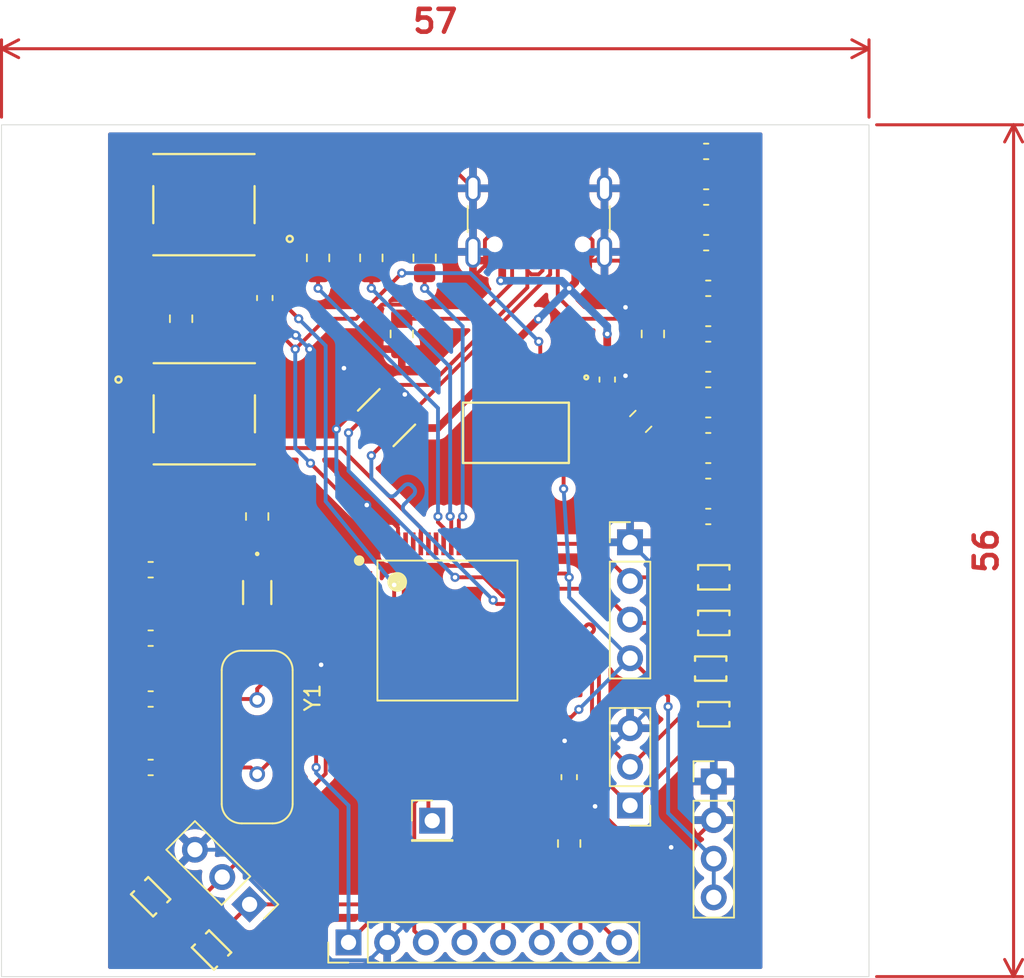
<source format=kicad_pcb>
(kicad_pcb (version 20241229) (generator "pcbnew") (generator_version "9.0")
  (layers (0 "F.Cu" signal) (2 "B.Cu" signal) (13 "F.Paste" user) (15 "B.Paste" user) (5 "F.SilkS" user "F.Silkscreen") (7 "B.SilkS" user "B.Silkscreen") (1 "F.Mask" user) (3 "B.Mask" user) (25 "Edge.Cuts" user))
  (net 0 "")
  (net 1 "VCC")
  (net 2 "GND")
  (net 3 "/NRST")
  (net 4 "/OSC32_IN")
  (net 5 "/OSC32_OUT")
  (net 6 "/OSC_IN")
  (net 7 "/OSC_OUT")
  (net 8 "/VIN")
  (net 9 "Net-(U1-VCAP1)")
  (net 10 "/UART2_TX")
  (net 11 "/UART2_RX")
  (net 12 "/UART1_TX")
  (net 13 "/UART1_RX")
  (net 14 "/SWCLK")
  (net 15 "/SWDIO")
  (net 16 "/USB_D-_Raw")
  (net 17 "/USB_D+_Raw")
  (net 18 "/DC")
  (net 19 "/RST")
  (net 20 "/SPI1_SCK")
  (net 21 "/CS")
  (net 22 "/BL")
  (net 23 "/SPI1_MOSI")
  (net 24 "/SPI1_MISO")
  (net 25 "Net-(LED1-Pad2)")
  (net 26 "Net-(LED2-Pad2)")
  (net 27 "Net-(LED3-Pad2)")
  (net 28 "/BOOT_1")
  (net 29 "/BOOT_0")
  (net 30 "/LED1")
  (net 31 "/LED2")
  (net 32 "/LED3")
  (net 43 "/USB_D-")
  (net 47 "/USB_D+")
  (net 61 "Net-(J11-CC2)")
  (net 63 "Net-(J11-CC1)")
  (footprint "Capacitor_SMD:C_0603_1608Metric_Pad1.08x0.95mm_HandSolder" (layer "F.Cu") (at 160.8 83.75 180)
    (property "Reference" "C10" (hide yes))
    (property "Value" "20p" (hide yes))
  )
  (footprint "LTST_C190GKT:LED_LTST-C190CKT_LTO" (layer "F.Cu") (at 171.8 54.0007 -90)
    (property "Reference" "LED3" (hide yes))
    (property "Value" "LTST-C190GKT" (hide yes))
  )
  (footprint "Resistor_SMD:R_0805_2012Metric_Pad1.20x1.40mm_HandSolder" (layer "F.Cu") (at 177.3 63.75 -90)
    (property "Reference" "R5" (hide yes))
    (property "Value" "5.1k" (hide yes))
  )
  (footprint "Connector_PinHeader_2.54mm:PinHeader_1x04_P2.54mm_Vertical" (layer "F.Cu") (at 197.8 93.17)
    (property "Reference" "J8" (hide yes))
    (property "Value" "General" (hide yes))
  )
  (footprint "Capacitor_SMD:C_0603_1608Metric_Pad1.08x0.95mm_HandSolder" (layer "F.Cu") (at 160.8 79.25 180)
    (property "Reference" "C9" (hide yes))
    (property "Value" "20p" (hide yes))
  )
  (footprint "Resistor_SMD:R_0805_2012Metric_Pad1.20x1.40mm_HandSolder" (layer "F.Cu") (at 175.3 58.75 90)
    (property "Reference" "R7" (hide yes))
    (property "Value" "150" (hide yes))
  )
  (footprint "Connector_PinHeader_2.54mm:PinHeader_1x03_P2.54mm_Vertical" (layer "F.Cu") (at 167.3 101.25 -135)
    (property "Reference" "J3" (hide yes))
    (property "Value" "Ras UART" (hide yes))
  )
  (footprint "Capacitor_SMD:C_0603_1608Metric_Pad1.08x0.95mm_HandSolder" (layer "F.Cu") (at 197.4375 69.75)
    (property "Reference" "C7" (hide yes))
    (property "Value" "100n" (hide yes))
  )
  (footprint "Capacitor_SMD:C_0603_1608Metric_Pad1.08x0.95mm_HandSolder" (layer "F.Cu") (at 197.3 57.75)
    (property "Reference" "C3" (hide yes))
    (property "Value" "100n" (hide yes))
  )
  (footprint "PESD3V3:DIODE_PESD3V3L1BA_115_NEX-L" (layer "F.Cu") (at 197.59795 85.75)
    (property "Reference" "CR6" (hide yes))
    (property "Value" "PESD3V3L1BA_115" (hide yes))
  )
  (footprint "222AMVBAR:SO4_222A-M-V-B_CTS" (layer "F.Cu") (at 164.3 55.25 180)
    (property "Reference" "SW1" (hide yes))
    (property "Value" "222AMVBAR" (hide yes))
  )
  (footprint "Capacitor_SMD:C_0603_1608Metric_Pad1.08x0.95mm_HandSolder" (layer "F.Cu") (at 190.8 66.75 -90)
    (property "Reference" "C13" (hide yes))
    (property "Value" "0.1u" (hide yes))
  )
  (footprint "Capacitor_SMD:C_0603_1608Metric_Pad1.08x0.95mm_HandSolder" (layer "F.Cu") (at 168.3 61.387499 -90)
    (property "Reference" "C8" (hide yes))
    (property "Value" "0.1u" (hide yes))
  )
  (footprint "STM32F411RE6:QFP50P1200X1200X160-64N" (layer "F.Cu") (at 180.3 83.25)
    (property "Reference" "U1" (hide yes))
    (property "Value" "STM32F411RET6" (hide yes))
  )
  (footprint "Capacitor_SMD:C_0603_1608Metric_Pad1.08x0.95mm_HandSolder" (layer "F.Cu") (at 197.4375 60.75)
    (property "Reference" "C4" (hide yes))
    (property "Value" "100n" (hide yes))
  )
  (footprint "MountingHole:MountingHole_3.2mm_M3" (layer "F.Cu") (at 154.5 53.5)
    (property "Reference" "H2" (hide yes))
    (property "Value" "MountingHole" (hide yes))
  )
  (footprint "MountingHole:MountingHole_3.2mm_M3" (layer "F.Cu") (at 204.5 54)
    (property "Reference" "H1" (hide yes))
    (property "Value" "MountingHole" (hide yes))
  )
  (footprint "ECS_80:XTAL_ECS-80-20-4X" (layer "F.Cu") (at 167.8 90.25 -90)
    (property "Reference" "Y1")
    (property "Value" "ECS-80-20-4X" (hide yes))
  )
  (footprint "222AMVBAR:SO4_222A-M-V-B_CTS" (layer "F.Cu") (at 164.325002 68.999999)
    (property "Reference" "SW2" (hide yes))
    (property "Value" "222AMVBAR" (hide yes))
  )
  (footprint "Capacitor_SMD:C_0603_1608Metric_Pad1.08x0.95mm_HandSolder" (layer "F.Cu") (at 197.437499 75.75)
    (property "Reference" "C16" (hide yes))
    (property "Value" "1u" (hide yes))
  )
  (footprint "Capacitor_SMD:C_0603_1608Metric_Pad1.08x0.95mm_HandSolder" (layer "F.Cu") (at 197.437499 72.75)
    (property "Reference" "C15" (hide yes))
    (property "Value" "0.1u" (hide yes))
  )
  (footprint "Connector_PinHeader_2.54mm:PinHeader_1x01_P2.54mm_Vertical" (layer "F.Cu") (at 179.3 95.75)
    (property "Reference" "J7" (hide yes))
    (property "Value" "Display EXT" (hide yes))
  )
  (footprint "Capacitor_SMD:C_0603_1608Metric_Pad1.08x0.95mm_HandSolder" (layer "F.Cu") (at 160.8 87.75 180)
    (property "Reference" "C11" (hide yes))
    (property "Value" "20p" (hide yes))
  )
  (footprint "PESD3V3:DIODE_PESD3V3L1BA_115_NEX-L" (layer "F.Cu") (at 164.8 104.25 -45)
    (property "Reference" "CR4" (hide yes))
    (property "Value" "PESD3V3L1BA_115" (hide yes))
  )
  (footprint "PESD3V3:DIODE_PESD3V3L1BA_115_NEX-L" (layer "F.Cu") (at 197.8 79.75)
    (property "Reference" "CR13" (hide yes))
    (property "Value" "PESD3V3L1BA_115" (hide yes))
  )
  (footprint "Capacitor_SMD:C_0805_2012Metric_Pad1.18x1.45mm_HandSolder" (layer "F.Cu") (at 193 69.5 45)
    (property "Reference" "C14" (hide yes))
    (property "Value" "10u" (hide yes))
  )
  (footprint "MountingHole:MountingHole_3.2mm_M3" (layer "F.Cu") (at 204.5 102.5)
    (property "Reference" "H3" (hide yes))
    (property "Value" "MountingHole" (hide yes))
  )
  (footprint "Capacitor_SMD:C_0603_1608Metric_Pad1.08x0.95mm_HandSolder" (layer "F.Cu") (at 197.4375 63.75)
    (property "Reference" "C5" (hide yes))
    (property "Value" "100n" (hide yes))
  )
  (footprint "LTST_C190GKT:LED_LTST-C190CKT_LTO" (layer "F.Cu") (at 178.8 54.0007 -90)
    (property "Reference" "LED1" (hide yes))
    (property "Value" "LTST-C190GKT" (hide yes))
  )
  (footprint "Connector_PinHeader_2.54mm:PinHeader_1x04_P2.54mm_Vertical" (layer "F.Cu") (at 192.3 77.45)
    (property "Reference" "J10" (hide yes))
    (property "Value" "ST-Link" (hide yes))
  )
  (footprint "Capacitor_SMD:C_0603_1608Metric_Pad1.08x0.95mm_HandSolder" (layer "F.Cu") (at 188.3 92.887499 90)
    (property "Reference" "C17" (hide yes))
    (property "Value" "4.7u" (hide yes))
  )
  (footprint "Resistor_SMD:R_0805_2012Metric_Pad1.20x1.40mm_HandSolder" (layer "F.Cu") (at 178.8 58.75 90)
    (property "Reference" "R6" (hide yes))
    (property "Value" "150" (hide yes))
  )
  (footprint "PESD3V3:DIODE_PESD3V3L1BA_115_NEX-L" (layer "F.Cu") (at 197.8 82.75)
    (property "Reference" "CR14" (hide yes))
    (property "Value" "PESD3V3L1BA_115" (hide yes))
  )
  (footprint "Capacitor_SMD:C_0603_1608Metric_Pad1.08x0.95mm_HandSolder" (layer "F.Cu") (at 197.3 51.75)
    (property "Reference" "C1" (hide yes))
    (property "Value" "100n" (hide yes))
  )
  (footprint "Capacitor_SMD:C_0603_1608Metric_Pad1.08x0.95mm_HandSolder" (layer "F.Cu") (at 197.4375 66.75)
    (property "Reference" "C6" (hide yes))
    (property "Value" "100n" (hide yes))
  )
  (footprint "ECS_327:XTAL_ECS-31B_ECS-L" (layer "F.Cu") (at 167.8 80.75 -90)
    (property "Reference" "XTAL1" (hide yes))
    (property "Value" "ECS-.327-12.5-34B-TR" (hide yes))
  )
  (footprint "Connector_USB:USB_C_Receptacle_GCT_USB4105-xx-A_16P_TopMnt_Horizontal" (layer "F.Cu") (at 186.3 55.25 180)
    (property "Reference" "J11" (hide yes))
    (property "Value" "USB_C_Receptacle_USB2.0_16P" (hide yes))
  )
  (footprint "Resistor_SMD:R_0805_2012Metric_Pad1.20x1.40mm_HandSolder" (layer "F.Cu") (at 167.8 75.75 -90)
    (property "Reference" "R2" (hide yes))
    (property "Value" "10k" (hide yes))
  )
  (footprint "PESD3V3:DIODE_PESD3V3L1BA_115_NEX-L" (layer "F.Cu") (at 197.8 88.75)
    (property "Reference" "CR5" (hide yes))
    (property "Value" "PESD3V3L1BA_115" (hide yes))
  )
  (footprint "Capacitor_SMD:C_0603_1608Metric_Pad1.08x0.95mm_HandSolder" (layer "F.Cu") (at 160.8 92.25 180)
    (property "Reference" "C12" (hide yes))
    (property "Value" "20p" (hide yes))
  )
  (footprint "Connector_PinHeader_2.54mm:PinHeader_1x03_P2.54mm_Vertical" (layer "F.Cu") (at 192.3 94.75 180)
    (property "Reference" "J9" (hide yes))
    (property "Value" "Debug UART" (hide yes))
  )
  (footprint "Resistor_SMD:R_0805_2012Metric_Pad1.20x1.40mm_HandSolder" (layer "F.Cu") (at 193.8 63.75 -90)
    (property "Reference" "R4" (hide yes))
    (property "Value" "5.1k" (hide yes))
  )
  (footprint "MountingHole:MountingHole_3.2mm_M3" (layer "F.Cu") (at 154.5 102.5)
    (property "Reference" "H4" (hide yes))
    (property "Value" "MountingHole" (hide yes))
  )
  (footprint "USBLC6_2SC6Y:SOT23-6L_STM-L" (layer "F.Cu") (at 176.3 69.25 -135)
    (property "Reference" "U2" (hide yes))
    (property "Value" "USBLC6-2SC6Y" (hide yes))
  )
  (footprint "LTST_C190GKT:LED_LTST-C190CKT_LTO" (layer "F.Cu") (at 175.3 54.000701 -90)
    (property "Reference" "LED2" (hide yes))
    (property "Value" "LTST-C190GKT" (hide yes))
  )
  (footprint "Resistor_SMD:R_0805_2012Metric_Pad1.20x1.40mm_HandSolder" (layer "F.Cu") (at 162.8 62.75 -90)
    (property "Reference" "R3" (hide yes))
    (property "Value" "10k" (hide yes))
  )
  (footprint "Resistor_SMD:R_0805_2012Metric_Pad1.20x1.40mm_HandSolder" (layer "F.Cu") (at 171.8 58.75 90)
    (property "Reference" "R8" (hide yes))
    (property "Value" "150" (hide yes))
  )
  (footprint "LD1117S33CTR:SOT-223_STM-L" (layer "F.Cu") (at 184.8 70.25 180)
    (property "Reference" "CR1" (hide yes))
    (property "Value" "LD1117S33CTR" (hide yes))
  )
  (footprint "PESD3V3:DIODE_PESD3V3L1BA_115_NEX-L" (layer "F.Cu") (at 160.8 100.75 135)
    (property "Reference" "CR3" (hide yes))
    (property "Value" "PESD3V3L1BA_115" (hide yes))
  )
  (footprint "Connector_PinHeader_2.54mm:PinHeader_1x08_P2.54mm_Vertical" (layer "F.Cu") (at 173.8 103.75 90)
    (property "Reference" "J6" (hide yes))
    (property "Value" "Display" (hide yes))
  )
  (footprint "Resistor_SMD:R_0805_2012Metric_Pad1.20x1.40mm_HandSolder" (layer "F.Cu") (at 188.3 97.25 -90)
    (property "Reference" "R1" (hide yes))
    (property "Value" "10k" (hide yes))
  )
  (footprint "Capacitor_SMD:C_0603_1608Metric_Pad1.08x0.95mm_HandSolder" (layer "F.Cu") (at 197.3 54.75)
    (property "Reference" "C2" (hide yes))
    (property "Value" "100n" (hide yes))
  )
  (gr_rect (start 151 50) (end 208 106) (stroke (width 0.05)) (fill no) (layer "Edge.Cuts"))
  (dimension (type orthogonal) (layer "F.Cu") (pts (xy 208 106) (xy 208 50)) (height 9.5) (orientation 1) (format (prefix "") (suffix "") (units 3) (units_format 0) (precision 4) (suppress_zeroes yes)) (style (thickness 0.2) (arrow_length 1.27) (text_position_mode 0) (arrow_direction outward) (extension_height 0.58642) (extension_offset 0.5) (keep_text_aligned yes)) (gr_text "56" (at 215.7 78 90) (layer "F.Cu") (effects (font (size 1.5 1.5) (thickness 0.3)))))
  (dimension (type orthogonal) (layer "F.Cu") (pts (xy 208 50) (xy 151 50)) (height -5) (orientation 0) (format (prefix "") (suffix "") (units 3) (units_format 0) (precision 4) (suppress_zeroes yes)) (style (thickness 0.2) (arrow_length 1.27) (text_position_mode 0) (arrow_direction outward) (extension_height 0.58642) (extension_offset 0.5) (keep_text_aligned yes)) (gr_text "57" (at 179.5 43.2 0) (layer "F.Cu") (effects (font (size 1.5 1.5) (thickness 0.3)))))
  (segment (start 172.3 62.75) (end 170.3 64.75) (width 0.254) (layer "F.Cu") (net 1))
  (segment (start 184.05 88.95) (end 188.42 88.95) (width 0.254) (layer "F.Cu") (net 1))
  (segment (start 192.266377 70.233623) (end 187.933224 70.233623) (width 0.254) (layer "F.Cu") (net 1))
  (segment (start 177.55 88.95) (end 177.55 100) (width 0.254) (layer "F.Cu") (net 1))
  (segment (start 177.55 88.95) (end 177.55 87.894) (width 0.254) (layer "F.Cu") (net 1))
  (segment (start 162.8 64.300002) (end 160.350004 66.749998) (width 0.254) (layer "F.Cu") (net 1))
  (segment (start 196.575 52.3875) (end 196.575 66.75) (width 0.254) (layer "F.Cu") (net 1))
  (segment (start 177.55 87.894) (end 177.944 87.5) (width 0.254) (layer "F.Cu") (net 1))
  (segment (start 196.575 72.749998) (end 196.574998 72.75) (width 0.254) (layer "F.Cu") (net 1))
  (segment (start 169.3 63.75) (end 170.3 64.75) (width 0.254) (layer "F.Cu") (net 1))
  (segment (start 194.8 87.57) (end 194.8 88.25) (width 0.254) (layer "F.Cu") (net 1))
  (segment (start 188.05 79.5) (end 188.3 79.75) (width 0.254) (layer "F.Cu") (net 1))
  (segment (start 184.8 67.100399) (end 184.949601 67.100399) (width 0.254) (layer "F.Cu") (net 1))
  (segment (start 196.091377 70.233623) (end 196.575 69.75) (width 0.254) (layer "F.Cu") (net 1))
  (segment (start 184.05 88.05) (end 184.05 88.95) (width 0.254) (layer "F.Cu") (net 1))
  (segment (start 173.544 85.5) (end 171.673 87.371) (width 0.254) (layer "F.Cu") (net 1))
  (segment (start 171.3 72.25) (end 176.55 77.5) (width 0.254) (layer "F.Cu") (net 1))
  (segment (start 183.5 87.5) (end 184.05 88.05) (width 0.254) (layer "F.Cu") (net 1))
  (segment (start 192.266377 70.233623) (end 196.091377 70.233623) (width 0.254) (layer "F.Cu") (net 1))
  (segment (start 196.574998 72.75) (end 196.574998 75.75) (width 0.254) (layer "F.Cu") (net 1))
  (segment (start 162.8 63.75) (end 162.8 64.300002) (width 0.254) (layer "F.Cu") (net 1))
  (segment (start 187.933224 70.233623) (end 184.8 67.100399) (width 0.254) (layer "F.Cu") (net 1))
  (segment (start 186.400399 65.5) (end 186.400399 64.350399) (width 0.254) (layer "F.Cu") (net 1))
  (segment (start 187.933224 73.988784) (end 187.933224 71.933224) (width 0.254) (layer "F.Cu") (net 1))
  (segment (start 192.3 85.07) (end 194.8 87.57) (width 0.254) (layer "F.Cu") (net 1))
  (segment (start 162.8 63.75) (end 169.3 63.75) (width 0.254) (layer "F.Cu") (net 1))
  (segment (start 187.933224 73.933224) (end 187.933224 73.988784) (width 0.254) (layer "F.Cu") (net 1))
  (segment (start 177.3 59.75) (end 174.3 62.75) (width 0.254) (layer "F.Cu") (net 1))
  (segment (start 177.55 100) (end 173.8 103.75) (width 0.254) (layer "F.Cu") (net 1))
  (segment (start 196.4375 52.25) (end 196.575 52.3875) (width 0.254) (layer "F.Cu") (net 1))
  (segment (start 171.673 87.371) (end 171.673 92.25) (width 0.254) (layer "F.Cu") (net 1))
  (segment (start 196.730393 75.75) (end 196.574999 75.75) (width 0.254) (layer "F.Cu") (net 1))
  (segment (start 176.55 77.5) (end 176.55 77.55) (width 0.254) (layer "F.Cu") (net 1))
  (segment (start 196.575 66.75) (end 196.575 69.75) (width 0.254) (layer "F.Cu") (net 1))
  (segment (start 186 79.5) (end 188.05 79.5) (width 0.254) (layer "F.Cu") (net 1))
  (segment (start 186.400399 64.350399) (end 186.3 64.25) (width 0.254) (layer "F.Cu") (net 1))
  (segment (start 196.575 69.75) (end 196.575 72.749998) (width 0.254) (layer "F.Cu") (net 1))
  (segment (start 186.400399 65.5) (end 184.8 67.100399) (width 0.254) (layer "F.Cu") (net 1))
  (segment (start 187.933224 71.933224) (end 184.8 68.8) (width 0.254) (layer "F.Cu") (net 1))
  (segment (start 188.42 88.95) (end 188.935 88.435) (width 0.254) (layer "F.Cu") (net 1))
  (segment (start 196.4375 51.75) (end 196.4375 52.25) (width 0.254) (layer "F.Cu") (net 1))
  (segment (start 174.6 85.5) (end 173.544 85.5) (width 0.254) (layer "F.Cu") (net 1))
  (segment (start 196.574999 75.75) (end 196.574998 75.975002) (width 0.254) (layer "F.Cu") (net 1))
  (segment (start 184.8 68.8) (end 184.8 67.100399) (width 0.254) (layer "F.Cu") (net 1))
  (segment (start 174.3 62.75) (end 172.3 62.75) (width 0.254) (layer "F.Cu") (net 1))
  (segment (start 177.944 87.5) (end 183.5 87.5) (width 0.254) (layer "F.Cu") (net 1))
  (via (at 187.933224 73.933224) (size 0.6) (drill 0.3) (layers "F.Cu" "B.Cu") (net 1))
  (via (at 188.3 79.75) (size 0.6) (drill 0.3) (layers "F.Cu" "B.Cu") (net 1))
  (via (at 170.3 64.75) (size 0.6) (drill 0.3) (layers "F.Cu" "B.Cu") (net 1))
  (via (at 177.3 59.75) (size 0.6) (drill 0.3) (layers "F.Cu" "B.Cu") (net 1))
  (via (at 186.3 64.25) (size 0.6) (drill 0.3) (layers "F.Cu" "B.Cu") (net 1))
  (via (at 188.935 88.435) (size 0.6) (drill 0.3) (layers "F.Cu" "B.Cu") (net 1))
  (via (at 171.673 92.25) (size 0.6) (drill 0.3) (layers "F.Cu" "B.Cu") (net 1))
  (via (at 171.3 72.25) (size 0.6) (drill 0.3) (layers "F.Cu" "B.Cu") (net 1))
  (via (at 194.8 88.25) (size 0.6) (drill 0.3) (layers "F.Cu" "B.Cu") (net 1))
  (segment (start 187.933224 73.933224) (end 188.3 79.75) (width 0.254) (layer "B.Cu") (net 1))
  (segment (start 188.3 81.07) (end 192.3 85.07) (width 0.254) (layer "B.Cu") (net 1))
  (segment (start 188.935 88.435) (end 192.3 85.07) (width 0.254) (layer "B.Cu") (net 1))
  (segment (start 181.8 59.75) (end 177.3 59.75) (width 0.254) (layer "B.Cu") (net 1))
  (segment (start 194.8 95.25) (end 197.8 98.25) (width 0.254) (layer "B.Cu") (net 1))
  (segment (start 171.673 92.25) (end 171.673 92.623) (width 0.254) (layer "B.Cu") (net 1))
  (segment (start 188.3 79.75) (end 188.3 81.07) (width 0.254) (layer "B.Cu") (net 1))
  (segment (start 170.3 64.75) (end 170.3 71.25) (width 0.254) (layer "B.Cu") (net 1))
  (segment (start 197.8 98.25) (end 197.8 100.79) (width 0.254) (layer "B.Cu") (net 1))
  (segment (start 170.3 71.25) (end 171.3 72.25) (width 0.254) (layer "B.Cu") (net 1))
  (segment (start 173.8 94.75) (end 173.8 103.75) (width 0.254) (layer "B.Cu") (net 1))
  (segment (start 194.8 88.25) (end 194.8 95.25) (width 0.254) (layer "B.Cu") (net 1))
  (segment (start 186.3 64.25) (end 181.8 59.75) (width 0.254) (layer "B.Cu") (net 1))
  (segment (start 171.673 92.623) (end 173.8 94.75) (width 0.254) (layer "B.Cu") (net 1))
  (segment (start 174.30972 68.69028) (end 173 70) (width 0.254) (layer "F.Cu") (net 2))
  (segment (start 183.581595 80) (end 182.581595 79) (width 0.254) (layer "F.Cu") (net 2))
  (segment (start 181.0564 53.2514) (end 181.98 54.175) (width 0.254) (layer "F.Cu") (net 2))
  (segment (start 180.208 61.822) (end 176 61.822) (width 0.254) (layer "F.Cu") (net 2))
  (segment (start 188.55 93.5) (end 188.3 93.75) (width 0.254) (layer "F.Cu") (net 2))
  (segment (start 176 61.822) (end 174.5 63.322) (width 0.254) (layer "F.Cu") (net 2))
  (segment (start 199.00205 84.99795) (end 199.00205 83) (width 0.254) (layer "F.Cu") (net 2))
  (segment (start 172.5 66) (end 171.25 64.75) (width 0.254) (layer "F.Cu") (net 2))
  (segment (start 195 97.5) (end 196.01 97.5) (width 0.254) (layer "F.Cu") (net 2))
  (segment (start 190 94.806) (end 192.694 97.5) (width 0.254) (layer "F.Cu") (net 2))
  (segment (start 189.8374 58.5926) (end 189.5 58.93) (width 0.254) (layer "F.Cu") (net 2))
  (segment (start 186 80) (end 183.581595 80) (width 0.254) (layer "F.Cu") (net 2))
  (segment (start 194.828 63.722) (end 193.8 64.75) (width 0.254) (layer "F.Cu") (net 2))
  (segment (start 190.045 58.93) (end 190.62 58.355) (width 0.254) (layer "F.Cu") (net 2))
  (segment (start 189.458162 57.2076) (end 189.8374 57.586838) (width 0.254) (layer "F.Cu") (net 2))
  (segment (start 194.828 62.153658) (end 194.828 63.722) (width 0.254) (layer "F.Cu") (net 2))
  (segment (start 162.437499 76.75) (end 167.8 76.75) (width 0.254) (layer "F.Cu") (net 2))
  (segment (start 182.7626 57.586838) (end 183.141838 57.2076) (width 0.254) (layer "F.Cu") (net 2))
  (segment (start 182.7626 58.5926) (end 182.7626 57.586838) (width 0.254) (layer "F.Cu") (net 2))
  (segment (start 177.328 83.328) (end 175.656 85) (width 0.254) (layer "F.Cu") (net 2))
  (segment (start 159.937499 79.25) (end 159.937499 92.25) (width 0.254) (layer "F.Cu") (net 2))
  (segment (start 178.8 53.2514) (end 181.0564 53.2514) (width 0.254) (layer "F.Cu") (net 2))
  (segment (start 198.8 87.3) (end 198.8 85.75) (width 0.254) (layer "F.Cu") (net 2))
  (segment (start 177.193535 68.356465) (end 176.85972 68.69028) (width 0.254) (layer "F.Cu") (net 2))
  (segment (start 175.556 75) (end 177.05 76.494) (width 0.254) (layer "F.Cu") (net 2))
  (segment (start 198.1625 75.6125) (end 198.1625 51.75) (width 0.254) (layer "F.Cu") (net 2))
  (segment (start 189.5 58.93) (end 190.045 58.93) (width 0.254) (layer "F.Cu") (net 2))
  (segment (start 183.1 58.93) (end 180.208 61.822) (width 0.254) (layer "F.Cu") (net 2))
  (segment (start 181.98 54.175) (end 190.62 54.175) (width 0.254) (layer "F.Cu") (net 2))
  (segment (start 198.25 77.45) (end 198.3 77.5) (width 0.254) (layer "F.Cu") (net 2))
  (segment (start 199.00205 83) (end 199.00205 79.75) (width 0.254) (layer "F.Cu") (net 2))
  (segment (start 199.00205 79.75) (end 199.00205 79.49795) (width 0.254) (layer "F.Cu") (net 2))
  (segment (start 177.05 86.394) (end 177.05 88.95) (width 0.254) (layer "F.Cu") (net 2))
  (segment (start 177.05 76.494) (end 177.05 77.55) (width 0.254) (layer "F.Cu") (net 2))
  (segment (start 184.187468 90.5) (end 188 90.5) (width 0.254) (layer "F.Cu") (net 2))
  (segment (start 183.55 89.862532) (end 184.187468 90.5) (width 0.254) (layer "F.Cu") (net 2))
  (segment (start 192 67.032754) (end 193.733623 68.766377) (width 0.254) (layer "F.Cu") (net 2))
  (segment (start 172.5 85) (end 172 85.5) (width 0.254) (layer "F.Cu") (net 2))
  (segment (start 177.05 79) (end 177.05 79.611873) (width 0.254) (layer "F.Cu") (net 2))
  (segment (start 177.05 79.611873) (end 177.428 79.989873) (width 0.254) (layer "F.Cu") (net 2))
  (segment (start 183.1 58.93) (end 182.7626 58.5926) (width 0.254) (layer "F.Cu") (net 2))
  (segment (start 175 75) (end 175.556 75) (width 0.254) (layer "F.Cu") (net 2))
  (segment (start 183.55 88.95) (end 183.55 89.862532) (width 0.254) (layer "F.Cu") (net 2))
  (segment (start 174.6 85) (end 175.656 85) (width 0.254) (layer "F.Cu") (net 2))
  (segment (start 174.5 64.5) (end 174.5 65) (width 0.254) (layer "F.Cu") (net 2))
  (segment (start 183.141838 57.2076) (end 189.458162 57.2076) (width 0.254) (layer "F.Cu") (net 2))
  (segment (start 159.937499 93.887499) (end 163.707898 97.657898) (width 0.254) (layer "F.Cu") (net 2))
  (segment (start 181.98 58.355) (end 181.98 54.175) (width 0.254) (layer "F.Cu") (net 2))
  (segment (start 199.00205 79.49795) (end 198.3 78.7959) (width 0.254) (layer "F.Cu") (net 2))
  (segment (start 197.8 93.17) (end 197.8 89.95205) (width 0.254) (layer "F.Cu") (net 2))
  (segment (start 173.5 66) (end 172.5 66) (width 0.254) (layer "F.Cu") (net 2))
  (segment (start 174.5 63.322) (end 174.5 64.5) (width 0.254) (layer "F.Cu") (net 2))
  (segment (start 198.3 77.5) (end 198.3 75.75) (width 0.254) (layer "F.Cu") (net 2))
  (segment (start 198.3 75.75) (end 198.1625 75.6125) (width 0.254) (layer "F.Cu") (net 2))
  (segment (start 177.428 83.228) (end 177.328 83.328) (width 0.254) (layer "F.Cu") (net 2))
  (segment (start 199.00205 83) (end 199.00205 82.75) (width 0.254) (layer "F.Cu") (net 2))
  (segment (start 168.75 62.25) (end 170.331644 63.831644) (width 0.254) (layer "F.Cu") (net 2))
  (segment (start 177.05 77.55) (end 177.05 79) (width 0.254) (layer "F.Cu") (net 2))
  (segment (start 159.937499 79.25) (end 162.437499 76.75) (width 0.254) (layer "F.Cu") (net 2))
  (segment (start 198.8 85.75) (end 198.8 85.2) (width 0.254) (layer "F.Cu") (net 2))
  (segment (start 174.5 65) (end 173.5 66) (width 0.254) (layer "F.Cu") (net 2))
  (segment (start 176.85972 68.69028) (end 174.30972 68.69028) (width 0.254) (layer "F.Cu") (net 2))
  (segment (start 192.3 77.45) (end 198.25 77.45) (width 0.254) (layer "F.Cu") (net 2))
  (segment (start 189.5 58.93) (end 191.604342 58.93) (width 0.254) (layer "F.Cu") (net 2))
  (segment (start 174.5 64.5) (end 174.5 64.75) (width 0.254) (layer "F.Cu") (net 2))
  (segment (start 174.5 64.75) (end 177.3 64.75) (width 0.254) (layer "F.Cu") (net 2))
  (segment (start 190.62 58.355) (end 190.62 54.175) (width 0.254) (layer "F.Cu") (net 2))
  (segment (start 189.5 58.93) (end 189.5 59.5) (width 0.254) (layer "F.Cu") (net 2))
  (segment (start 159.937499 92.25) (end 159.937499 93.887499) (width 0.254) (layer "F.Cu") (net 2))
  (segment (start 174.6 85) (end 172.5 85) (width 0.254) (layer "F.Cu") (net 2))
  (segment (start 189.8374 57.586838) (end 189.8374 58.5926) (width 0.254) (layer "F.Cu") (net 2))
  (segment (start 191.604342 58.93) (end 194.828 62.153658) (width 0.254) (layer "F.Cu") (net 2))
  (segment (start 196.01 97.5) (end 197.8 95.71) (width 0.254) (layer "F.Cu") (net 2))
  (segment (start 182.581595 79) (end 177.05 79) (width 0.254) (layer "F.Cu") (net 2))
  (segment (start 198.8 85.2) (end 199.00205 84.99795) (width 0.254) (layer "F.Cu") (net 2))
  (segment (start 177.5 67.95) (end 177.5 67.727018) (width 0.254) (layer "F.Cu") (net 2))
  (segment (start 192.694 97.5) (end 195 97.5) (width 0.254) (layer "F.Cu") (net 2))
  (segment (start 168.3 62.25) (end 168.75 62.25) (width 0.254) (layer "F.Cu") (net 2))
  (segment (start 199.00205 88.75) (end 199.00205 87.50205) (width 0.254) (layer "F.Cu") (net 2))
  (segment (start 192 66.5) (end 192 67.032754) (width 0.254) (layer "F.Cu") (net 2))
  (segment (start 178.548599 52.999999) (end 178.8 53.2514) (width 0.254) (layer "F.Cu") (net 2))
  (segment (start 199.00205 87.50205) (end 198.8 87.3) (width 0.254) (layer "F.Cu") (net 2))
  (segment (start 177.193535 68.356465) (end 177.55 68) (width 0.254) (layer "F.Cu") (net 2))
  (segment (start 189.5 59.5) (end 192 62) (width 0.254) (layer "F.Cu") (net 2))
  (segment (start 177.55 68) (end 177.5 67.95) (width 0.254) (layer "F.Cu") (net 2))
  (segment (start 198.3 78.7959) (end 198.3 77.5) (width 0.254) (layer "F.Cu") (net 2))
  (segment (start 177.428 79.989873) (end 177.428 83.228) (width 0.254) (layer "F.Cu") (net 2))
  (segment (start 168.274998 52.999999) (end 178.548599 52.999999) (width 0.254) (layer "F.Cu") (net 2))
  (segment (start 175.656 85) (end 177.05 86.394) (width 0.254) (layer "F.Cu") (net 2))
  (segment (start 197.8 89.95205) (end 199.00205 88.75) (width 0.254) (layer "F.Cu") (net 2))
  (via (at 175 75) (size 0.6) (drill 0.3) (layers "F.Cu" "B.Cu") (net 2))
  (via (at 173 70) (size 0.6) (drill 0.3) (layers "F.Cu" "B.Cu") (net 2))
  (via (at 172 85.5) (size 0.6) (drill 0.3) (layers "F.Cu" "B.Cu") (net 2))
  (via (at 188 90.5) (size 0.6) (drill 0.3) (layers "F.Cu" "B.Cu") (net 2))
  (via (at 192 66.5) (size 0.6) (drill 0.3) (layers "F.Cu" "B.Cu") (net 2))
  (via (at 170.331644 63.831644) (size 0.6) (drill 0.3) (layers "F.Cu" "B.Cu") (net 2))
  (via (at 195 97.5) (size 0.6) (drill 0.3) (layers "F.Cu" "B.Cu") (net 2))
  (via (at 190 94.806) (size 0.6) (drill 0.3) (layers "F.Cu" "B.Cu") (net 2))
  (via (at 171.25 64.75) (size 0.6) (drill 0.3) (layers "F.Cu" "B.Cu") (net 2))
  (via (at 173.5 66) (size 0.6) (drill 0.3) (layers "F.Cu" "B.Cu") (net 2))
  (via (at 177.5 67.727018) (size 0.6) (drill 0.3) (layers "F.Cu" "B.Cu") (net 2))
  (via (at 192 62) (size 0.6) (drill 0.3) (layers "F.Cu" "B.Cu") (net 2))
  (segment (start 176.34 103.75) (end 182.59 97.5) (width 0.254) (layer "B.Cu") (net 2))
  (segment (start 165.417898 97.657898) (end 172.688 104.928) (width 0.254) (layer "B.Cu") (net 2))
  (segment (start 172 91) (end 176.34 95.34) (width 0.254) (layer "B.Cu") (net 2))
  (segment (start 172 85.5) (end 172 91) (width 0.254) (layer "B.Cu") (net 2))
  (segment (start 182.59 97.5) (end 195 97.5) (width 0.254) (layer "B.Cu") (net 2))
  (segment (start 173 73) (end 175 75) (width 0.254) (layer "B.Cu") (net 2))
  (segment (start 175.162 104.928) (end 176.34 103.75) (width 0.254) (layer "B.Cu") (net 2))
  (segment (start 192 62) (end 192 66.5) (width 0.254) (layer "B.Cu") (net 2))
  (segment (start 188 90.5) (end 188.829999 89.670001) (width 0.254) (layer "B.Cu") (net 2))
  (segment (start 193.478 78.628) (end 192.3 77.45) (width 0.254) (layer "B.Cu") (net 2))
  (segment (start 172.688 104.928) (end 175.162 104.928) (width 0.254) (layer "B.Cu") (net 2))
  (segment (start 163.707898 97.657898) (end 165.417898 97.657898) (width 0.254) (layer "B.Cu") (net 2))
  (segment (start 177.5 67.727018) (end 175.772982 66) (width 0.254) (layer "B.Cu") (net 2))
  (segment (start 170.331644 63.831644) (end 171.25 64.75) (width 0.254) (layer "B.Cu") (net 2))
  (segment (start 190 91.970001) (end 190 94.806) (width 0.254) (layer "B.Cu") (net 2))
  (segment (start 173 70) (end 173 73) (width 0.254) (layer "B.Cu") (net 2))
  (segment (start 175.772982 66) (end 173.5 66) (width 0.254) (layer "B.Cu") (net 2))
  (segment (start 192.3 89.670001) (end 190 91.970001) (width 0.254) (layer "B.Cu") (net 2))
  (segment (start 176.34 95.34) (end 176.34 103.75) (width 0.254) (layer "B.Cu") (net 2))
  (segment (start 192.3 89.670001) (end 193.478 88.492001) (width 0.254) (layer "B.Cu") (net 2))
  (segment (start 188.829999 89.670001) (end 192.3 89.670001) (width 0.254) (layer "B.Cu") (net 2))
  (segment (start 193.478 88.492001) (end 193.478 78.628) (width 0.254) (layer "B.Cu") (net 2))
  (segment (start 175.656 82.5) (end 174.6 82.5) (width 0.254) (layer "F.Cu") (net 3))
  (segment (start 167.074998 61.75) (end 168.3 60.524998) (width 0.254) (layer "F.Cu") (net 3))
  (segment (start 168.274998 57.500001) (end 168.274998 60.499996) (width 0.254) (layer "F.Cu") (net 3))
  (segment (start 176.8 81.356) (end 175.656 82.5) (width 0.254) (layer "F.Cu") (net 3))
  (segment (start 162.8 61.75) (end 166.8 61.75) (width 0.254) (layer "F.Cu") (net 3))
  (segment (start 166.8 61.75) (end 167.074998 61.75) (width 0.254) (layer "F.Cu") (net 3))
  (segment (start 170.525002 62.75) (end 168.3 60.524998) (width 0.254) (layer "F.Cu") (net 3))
  (segment (start 168.274998 60.499996) (end 168.3 60.524998) (width 0.254) (layer "F.Cu") (net 3))
  (segment (start 176.8 80.25) (end 176.8 81.356) (width 0.254) (layer "F.Cu") (net 3))
  (via (at 176.8 80.25) (size 0.6) (drill 0.3) (layers "F.Cu" "B.Cu") (net 3))
  (via (at 170.525002 62.75) (size 0.6) (drill 0.3) (layers "F.Cu" "B.Cu") (net 3))
  (segment (start 170.525002 62.75) (end 172.3 64.524998) (width 0.254) (layer "B.Cu") (net 3))
  (segment (start 172.3 74.75) (end 176.8 80.25) (width 0.254) (layer "B.Cu") (net 3))
  (segment (start 172.3 64.524998) (end 172.3 74.75) (width 0.254) (layer "B.Cu") (net 3))
  (segment (start 168.529999 79.479999) (end 169.55 80.5) (width 0.254) (layer "F.Cu") (net 4))
  (segment (start 169.55 80.5) (end 174.6 80.5) (width 0.254) (layer "F.Cu") (net 4))
  (segment (start 161.662501 79.25) (end 167.570001 79.25) (width 0.254) (layer "F.Cu") (net 4))
  (segment (start 167.8 79.479999) (end 168.529999 79.479999) (width 0.254) (layer "F.Cu") (net 4))
  (segment (start 167.570001 79.25) (end 167.8 79.479999) (width 0.254) (layer "F.Cu") (net 4))
  (segment (start 168.570001 82.020001) (end 169.590002 81) (width 0.254) (layer "F.Cu") (net 5))
  (segment (start 167.8 82.020001) (end 168.570001 82.020001) (width 0.254) (layer "F.Cu") (net 5))
  (segment (start 169.590002 81) (end 174.6 81) (width 0.254) (layer "F.Cu") (net 5))
  (segment (start 166.070001 83.75) (end 167.8 82.020001) (width 0.254) (layer "F.Cu") (net 5))
  (segment (start 161.662501 83.75) (end 166.070001 83.75) (width 0.254) (layer "F.Cu") (net 5))
  (segment (start 161.662501 87.75) (end 167.740001 87.75) (width 0.254) (layer "F.Cu") (net 6))
  (segment (start 167.740001 87.75) (end 167.8 87.809999) (width 0.254) (layer "F.Cu") (net 6))
  (segment (start 173.38168 81.5) (end 174.6 81.5) (width 0.254) (layer "F.Cu") (net 6))
  (segment (start 167.8 87.809999) (end 167.8 87.08168) (width 0.254) (layer "F.Cu") (net 6))
  (segment (start 167.8 87.08168) (end 173.38168 81.5) (width 0.254) (layer "F.Cu") (net 6))
  (segment (start 173.544 82) (end 174.6 82) (width 0.254) (layer "F.Cu") (net 7))
  (segment (start 161.662501 92.25) (end 167.359999 92.25) (width 0.254) (layer "F.Cu") (net 7))
  (segment (start 170.8 89.690001) (end 170.8 84.744) (width 0.254) (layer "F.Cu") (net 7))
  (segment (start 170.8 84.744) (end 173.544 82) (width 0.254) (layer "F.Cu") (net 7))
  (segment (start 167.359999 92.25) (end 167.8 92.690001) (width 0.254) (layer "F.Cu") (net 7))
  (segment (start 167.8 92.690001) (end 170.8 89.690001) (width 0.254) (layer "F.Cu") (net 7))
  (segment (start 183.9 58.93) (end 183.9 60.15) (width 0.508) (layer "F.Cu") (net 8))
  (segment (start 182.5 66.55) (end 182.5 67.1004) (width 0.508) (layer "F.Cu") (net 8))
  (segment (start 177.515443 69.869637) (end 175.680363 69.869637) (width 0.508) (layer "F.Cu") (net 8))
  (segment (start 175.680363 69.869637) (end 175.406465 70.143535) (width 0.508) (layer "F.Cu") (net 8))
  (segment (start 188.7 60.35) (end 188.3 60.75) (width 0.508) (layer "F.Cu") (net 8))
  (segment (start 179.66368 69.93672) (end 177.582526 69.93672) (width 0.508) (layer "F.Cu") (net 8))
  (segment (start 183.9 60.15) (end 183.8 60.25) (width 0.508) (layer "F.Cu") (net 8))
  (segment (start 182.5 67.1004) (end 179.66368 69.93672) (width 0.508) (layer "F.Cu") (net 8))
  (segment (start 177.582526 69.93672) (end 177.515443 69.869637) (width 0.508) (layer "F.Cu") (net 8))
  (segment (start 186.275 62.775) (end 182.5 66.55) (width 0.508) (layer "F.Cu") (net 8))
  (segment (start 188.7 58.93) (end 188.7 60.35) (width 0.508) (layer "F.Cu") (net 8))
  (segment (start 190.8 63.75) (end 190.8 65.887499) (width 0.508) (layer "F.Cu") (net 8))
  (segment (start 188.3 60.75) (end 188.284356 60.765644) (width 0.508) (layer "F.Cu") (net 8))
  (via (at 188.3 60.75) (size 0.6) (drill 0.3) (layers "F.Cu" "B.Cu") (net 8))
  (via (at 186.275 62.775) (size 0.6) (drill 0.3) (layers "F.Cu" "B.Cu") (net 8))
  (via (at 183.8 60.25) (size 0.6) (drill 0.3) (layers "F.Cu" "B.Cu") (net 8))
  (via (at 190.8 63.75) (size 0.6) (drill 0.3) (layers "F.Cu" "B.Cu") (net 8))
  (segment (start 183.8 60.25) (end 183.8 60.3) (width 0.508) (layer "B.Cu") (net 8))
  (segment (start 183.8 60.25) (end 187.8 60.25) (width 0.508) (layer "B.Cu") (net 8))
  (segment (start 187.8 60.25) (end 188.3 60.75) (width 0.508) (layer "B.Cu") (net 8))
  (segment (start 188.3 60.75) (end 190.8 63.25) (width 0.508) (layer "B.Cu") (net 8))
  (segment (start 190.8 63.25) (end 190.8 63.75) (width 0.508) (layer "B.Cu") (net 8))
  (segment (start 188.3 60.75) (end 186.275 62.775) (width 0.508) (layer "B.Cu") (net 8))
  (segment (start 183.05 90.006) (end 183.05 88.95) (width 0.254) (layer "F.Cu") (net 9))
  (segment (start 185.068998 92.024998) (end 183.05 90.006) (width 0.254) (layer "F.Cu") (net 9))
  (segment (start 188.3 92.024998) (end 185.068998 92.024998) (width 0.254) (layer "F.Cu") (net 9))
  (segment (start 163.35792 101.599978) (end 161.649978 101.599978) (width 0.254) (layer "F.Cu") (net 10))
  (segment (start 172.3 89.3) (end 172.3 92.657898) (width 0.254) (layer "F.Cu") (net 10))
  (segment (start 169.439454 95.179032) (end 168.909124 94.648702) (width 0.254) (layer "F.Cu") (net 10))
  (segment (start 168.930337 96.02756) (end 168.650088 96.30781) (width 0.254) (layer "F.Cu") (net 10))
  (segment (start 170.309197 96.048775) (end 169.778867 95.518445) (width 0.254) (layer "F.Cu") (net 10))
  (segment (start 170.20313 95.09418) (end 170.733461 95.624511) (width 0.254) (layer "F.Cu") (net 10))
  (segment (start 169.01519 95.942707) (end 168.930337 96.02756) (width 0.254) (layer "F.Cu") (net 10))
  (segment (start 169.778867 95.518445) (end 169.439454 95.179032) (width 0.254) (layer "F.Cu") (net 10))
  (segment (start 168.650088 96.30781) (end 165.503949 99.453949) (width 0.254) (layer "F.Cu") (net 10))
  (segment (start 165.503949 99.453949) (end 163.35792 101.599978) (width 0.254) (layer "F.Cu") (net 10))
  (segment (start 168.569713 94.648702) (end 168.48486 94.733554) (width 0.254) (layer "F.Cu") (net 10))
  (segment (start 172.3 92.657898) (end 170.20313 94.754768) (width 0.254) (layer "F.Cu") (net 10))
  (segment (start 174.6 87) (end 172.3 89.3) (width 0.254) (layer "F.Cu") (net 10))
  (segment (start 170.73346 95.963923) (end 170.648609 96.048775) (width 0.254) (layer "F.Cu") (net 10))
  (segment (start 168.48486 95.072966) (end 169.01519 95.603296) (width 0.254) (layer "F.Cu") (net 10))
  (arc (start 168.48486 94.733554) (mid 168.414565 94.90326) (end 168.48486 95.072966) (width 0.254) (layer "F.Cu") (net 10))
  (arc (start 168.909124 94.648702) (mid 168.739419 94.578407) (end 168.569713 94.648702) (width 0.254) (layer "F.Cu") (net 10))
  (arc (start 170.733461 95.624511) (mid 170.803756 95.794216) (end 170.73346 95.963923) (width 0.254) (layer "F.Cu") (net 10))
  (arc (start 170.20313 94.754768) (mid 170.132834 94.924475) (end 170.20313 95.09418) (width 0.254) (layer "F.Cu") (net 10))
  (arc (start 169.01519 95.603296) (mid 169.085484 95.773002) (end 169.01519 95.942707) (width 0.254) (layer "F.Cu") (net 10))
  (arc (start 170.648609 96.048775) (mid 170.478902 96.119071) (end 170.309197 96.048775) (width 0.254) (layer "F.Cu") (net 10))
  (segment (start 176.55 99.5) (end 174.8 101.25) (width 0.254) (layer "F.Cu") (net 11))
  (segment (start 167.3 101.25) (end 165.149978 103.400022) (width 0.254) (layer "F.Cu") (net 11))
  (segment (start 165.149978 103.400022) (end 163.950022 103.400022) (width 0.254) (layer "F.Cu") (net 11))
  (segment (start 176.55 88.95) (end 176.55 99.5) (width 0.254) (layer "F.Cu") (net 11))
  (segment (start 174.8 101.25) (end 167.3 101.25) (width 0.254) (layer "F.Cu") (net 11))
  (segment (start 192.3 94.75) (end 189.8 92.25) (width 0.254) (layer "F.Cu") (net 12))
  (segment (start 189.8 85.244) (end 187.056 82.5) (width 0.254) (layer "F.Cu") (net 12))
  (segment (start 196.59795 90.45205) (end 196.59795 88.75) (width 0.254) (layer "F.Cu") (net 12))
  (segment (start 189.8 92.25) (end 189.8 85.244) (width 0.254) (layer "F.Cu") (net 12))
  (segment (start 192.3 94.75) (end 196.59795 90.45205) (width 0.254) (layer "F.Cu") (net 12))
  (segment (start 187.056 82.5) (end 186 82.5) (width 0.254) (layer "F.Cu") (net 12))
  (segment (start 186 82) (end 187.199468 82) (width 0.254) (layer "F.Cu") (net 13))
  (segment (start 190.027738 84.82827) (end 190.255 85.055532) (width 0.254) (layer "F.Cu") (net 13))
  (segment (start 195.9696 88.5404) (end 195.9696 86.1763) (width 0.254) (layer "F.Cu") (net 13))
  (segment (start 190.255 90.165) (end 192.3 92.21) (width 0.254) (layer "F.Cu") (net 13))
  (segment (start 189.77556 82.90732) (end 189.860412 82.992172) (width 0.254) (layer "F.Cu") (net 13))
  (segment (start 189.860412 83.331584) (end 189.365438 83.826559) (width 0.254) (layer "F.Cu") (net 13))
  (segment (start 189.365438 84.165971) (end 189.450291 84.250823) (width 0.254) (layer "F.Cu") (net 13))
  (segment (start 192.3 92.21) (end 195.9696 88.5404) (width 0.254) (layer "F.Cu") (net 13))
  (segment (start 188.941175 83.402296) (end 189.436148 82.90732) (width 0.254) (layer "F.Cu") (net 13))
  (segment (start 195.9696 86.1763) (end 196.3959 85.75) (width 0.254) (layer "F.Cu") (net 13))
  (segment (start 187.199468 82) (end 188.601763 83.402295) (width 0.254) (layer "F.Cu") (net 13))
  (segment (start 190.255 85.055532) (end 190.255 90.165) (width 0.254) (layer "F.Cu") (net 13))
  (segment (start 189.450291 84.250823) (end 190.027738 84.82827) (width 0.254) (layer "F.Cu") (net 13))
  (arc (start 189.436148 82.90732) (mid 189.605855 82.837026) (end 189.77556 82.90732) (width 0.254) (layer "F.Cu") (net 13))
  (arc (start 189.860412 82.992172) (mid 189.930708 83.161879) (end 189.860412 83.331584) (width 0.254) (layer "F.Cu") (net 13))
  (arc (start 188.601763 83.402295) (mid 188.771469 83.472589) (end 188.941175 83.402296) (width 0.254) (layer "F.Cu") (net 13))
  (arc (start 189.365438 83.826559) (mid 189.295142 83.996264) (end 189.365438 84.165971) (width 0.254) (layer "F.Cu") (net 13))
  (segment (start 189.86 77.55) (end 184.05 77.55) (width 0.254) (layer "F.Cu") (net 14))
  (segment (start 192.3 79.99) (end 192.56 79.99) (width 0.254) (layer "F.Cu") (net 14))
  (segment (start 192.8 79.75) (end 196.59795 79.75) (width 0.254) (layer "F.Cu") (net 14))
  (segment (start 192.56 79.99) (end 192.8 79.75) (width 0.254) (layer "F.Cu") (net 14))
  (segment (start 192.3 79.99) (end 189.86 77.55) (width 0.254) (layer "F.Cu") (net 14))
  (segment (start 192.3 82.53) (end 190.27 80.5) (width 0.254) (layer "F.Cu") (net 15))
  (segment (start 192.8 82.75) (end 196.59795 82.75) (width 0.254) (layer "F.Cu") (net 15))
  (segment (start 192.58 82.53) (end 192.8 82.75) (width 0.254) (layer "F.Cu") (net 15))
  (segment (start 190.27 80.5) (end 186 80.5) (width 0.254) (layer "F.Cu") (net 15))
  (segment (start 192.3 82.53) (end 192.58 82.53) (width 0.254) (layer "F.Cu") (net 15))
  (segment (start 186.05 58.93) (end 186.05 58.282992) (width 0.254) (layer "F.Cu") (net 16))
  (segment (start 186.305992 58.027) (end 186.794008 58.027) (width 0.254) (layer "F.Cu") (net 16))
  (segment (start 187.05 59.843505) (end 187.05 58.93) (width 0.254) (layer "F.Cu") (net 16))
  (segment (start 186.05 58.282992) (end 186.305992 58.027) (width 0.254) (layer "F.Cu") (net 16))
  (segment (start 187.05 58.282992) (end 187.05 58.93) (width 0.254) (layer "F.Cu") (net 16))
  (segment (start 186.794008 58.027) (end 187.05 58.282992) (width 0.254) (layer "F.Cu") (net 16))
  (segment (start 177.865288 69.028217) (end 187.05 59.843505) (width 0.254) (layer "F.Cu") (net 16))
  (segment (start 186.55 59.577008) (end 186.55 58.93) (width 0.254) (layer "F.Cu") (net 17))
  (segment (start 185.55 58.93) (end 185.55 60.700036) (width 0.254) (layer "F.Cu") (net 17))
  (segment (start 179.150018 67.100018) (end 177.106477 67.100018) (width 0.254) (layer "F.Cu") (net 17))
  (segment (start 186.294008 59.833) (end 186.55 59.577008) (width 0.254) (layer "F.Cu") (net 17))
  (segment (start 185.805992 59.833) (end 186.294008 59.833) (width 0.254) (layer "F.Cu") (net 17))
  (segment (start 177.106477 67.100018) (end 176.521783 67.684712) (width 0.254) (layer "F.Cu") (net 17))
  (segment (start 185.55 58.93) (end 185.55 59.577008) (width 0.254) (layer "F.Cu") (net 17))
  (segment (start 185.55 60.700036) (end 179.150018 67.100018) (width 0.254) (layer "F.Cu") (net 17))
  (segment (start 185.55 59.577008) (end 185.805992 59.833) (width 0.254) (layer "F.Cu") (net 17))
  (segment (start 184.75 98.531638) (end 184.75 98.651638) (width 0.254) (layer "F.Cu") (net 18))
  (segment (start 184.99 98.891638) (end 185.56 98.891638) (width 0.254) (layer "F.Cu") (net 18))
  (segment (start 185.8 99.131638) (end 185.8 99.251638) (width 0.254) (layer "F.Cu") (net 18))
  (segment (start 185.8 96.75) (end 185.8 98.051638) (width 0.254) (layer "F.Cu") (net 18))
  (segment (start 180.55 88.95) (end 180.55 91.5) (width 0.254) (layer "F.Cu") (net 18))
  (segment (start 185.8 99.251638) (end 185.8 99.393468) (width 0.254) (layer "F.Cu") (net 18))
  (segment (start 186.10857 99.702038) (end 186.5 100.093468) (width 0.254) (layer "F.Cu") (net 18))
  (segment (start 186.5 100.093468) (end 186.5 103.75) (width 0.254) (layer "F.Cu") (net 18))
  (segment (start 180.55 91.5) (end 185.8 96.75) (width 0.254) (layer "F.Cu") (net 18))
  (segment (start 185.56 98.291638) (end 184.99 98.291638) (width 0.254) (layer "F.Cu") (net 18))
  (segment (start 185.8 99.393468) (end 186.10857 99.702038) (width 0.254) (layer "F.Cu") (net 18))
  (segment (start 186.3 103.55) (end 186.5 103.75) (width 0.254) (layer "F.Cu") (net 18))
  (arc (start 185.8 98.051638) (mid 185.729706 98.221344) (end 185.56 98.291638) (width 0.254) (layer "F.Cu") (net 18))
  (arc (start 185.56 98.891638) (mid 185.729706 98.961932) (end 185.8 99.131638) (width 0.254) (layer "F.Cu") (net 18))
  (arc (start 184.99 98.291638) (mid 184.820294 98.361932) (end 184.75 98.531638) (width 0.254) (layer "F.Cu") (net 18))
  (arc (start 184.75 98.651638) (mid 184.820294 98.821344) (end 184.99 98.891638) (width 0.254) (layer "F.Cu") (net 18))
  (segment (start 188.84 103.55) (end 189.04 103.75) (width 0.254) (layer "F.Cu") (net 19))
  (segment (start 186.3 96.393468) (end 181.05 91.143468) (width 0.254) (layer "F.Cu") (net 19))
  (segment (start 189.04 101.99) (end 188.198556 101.148556) (width 0.254) (layer "F.Cu") (net 19))
  (segment (start 187.350026 100.848742) (end 187.460333 100.738432) (width 0.254) (layer "F.Cu") (net 19))
  (segment (start 187.460333 100.410334) (end 187.378312 100.328312) (width 0.254) (layer "F.Cu") (net 19))
  (segment (start 187.43205 101.258863) (end 187.350025 101.176838) (width 0.254) (layer "F.Cu") (net 19))
  (segment (start 187.119271 100.069271) (end 186.3 99.25) (width 0.254) (layer "F.Cu") (net 19))
  (segment (start 181.05 91.143468) (end 181.05 88.95) (width 0.254) (layer "F.Cu") (net 19))
  (segment (start 189.04 103.75) (end 189.04 101.99) (width 0.254) (layer "F.Cu") (net 19))
  (segment (start 187.870458 101.148556) (end 187.760148 101.258863) (width 0.254) (layer "F.Cu") (net 19))
  (segment (start 187.378312 100.328312) (end 187.119271 100.069271) (width 0.254) (layer "F.Cu") (net 19))
  (segment (start 186.3 99.25) (end 186.3 96.393468) (width 0.254) (layer "F.Cu") (net 19))
  (arc (start 187.350025 101.176838) (mid 187.282073 101.01279) (end 187.350026 100.848742) (width 0.254) (layer "F.Cu") (net 19))
  (arc (start 187.760148 101.258863) (mid 187.596099 101.326814) (end 187.43205 101.258863) (width 0.254) (layer "F.Cu") (net 19))
  (arc (start 188.198556 101.148556) (mid 188.034507 101.080605) (end 187.870458 101.148556) (width 0.254) (layer "F.Cu") (net 19))
  (arc (start 187.460333 100.738432) (mid 187.528284 100.574383) (end 187.460333 100.410334) (width 0.254) (layer "F.Cu") (net 19))
  (segment (start 178.122 101.236) (end 178.122 101.35) (width 0.254) (layer "F.Cu") (net 20))
  (segment (start 178.814 100.438) (end 178.35 100.438) (width 0.254) (layer "F.Cu") (net 20))
  (segment (start 178.35 99.868) (end 178.814 99.868) (width 0.254) (layer "F.Cu") (net 20))
  (segment (start 178.55 94.144) (end 178.122 94.572) (width 0.254) (layer "F.Cu") (net 20))
  (segment (start 178.122 101.35) (end 178.122 101.5) (width 0.254) (layer "F.Cu") (net 20))
  (segment (start 177.894 100.438) (end 177.88 100.438) (width 0.254) (layer "F.Cu") (net 20))
  (segment (start 178.122 94.572) (end 178.122 98.5) (width 0.254) (layer "F.Cu") (net 20))
  (segment (start 178.814 99.298) (end 178.35 99.298) (width 0.254) (layer "F.Cu") (net 20))
  (segment (start 178.55 88.95) (end 178.55 94.144) (width 0.254) (layer "F.Cu") (net 20))
  (segment (start 178.122 101.5) (end 178.122 102.992001) (width 0.254) (layer "F.Cu") (net 20))
  (segment (start 178.35 98.728) (end 178.814 98.728) (width 0.254) (layer "F.Cu") (net 20))
  (segment (start 178.122 102.992001) (end 178.879999 103.75) (width 0.254) (layer "F.Cu") (net 20))
  (segment (start 179.042 100.096) (end 179.042 100.21) (width 0.254) (layer "F.Cu") (net 20))
  (segment (start 178.122 99.526) (end 178.122 99.64) (width 0.254) (layer "F.Cu") (net 20))
  (segment (start 179.042 98.956) (end 179.042 99.07) (width 0.254) (layer "F.Cu") (net 20))
  (segment (start 177.88 101.008) (end 177.894 101.008) (width 0.254) (layer "F.Cu") (net 20))
  (segment (start 177.652 100.666) (end 177.652 100.78) (width 0.254) (layer "F.Cu") (net 20))
  (segment (start 178.35 100.438) (end 177.894 100.438) (width 0.254) (layer "F.Cu") (net 20))
  (arc (start 178.122 98.5) (mid 178.18878 98.66122) (end 178.35 98.728) (width 0.254) (layer "F.Cu") (net 20))
  (arc (start 178.122 99.64) (mid 178.18878 99.80122) (end 178.35 99.868) (width 0.254) (layer "F.Cu") (net 20))
  (arc (start 178.35 99.298) (mid 178.18878 99.36478) (end 178.122 99.526) (width 0.254) (layer "F.Cu") (net 20))
  (arc (start 179.042 99.07) (mid 178.97522 99.23122) (end 178.814 99.298) (width 0.254) (layer "F.Cu") (net 20))
  (arc (start 178.814 98.728) (mid 178.97522 98.79478) (end 179.042 98.956) (width 0.254) (layer "F.Cu") (net 20))
  (arc (start 179.042 100.21) (mid 178.97522 100.37122) (end 178.814 100.438) (width 0.254) (layer "F.Cu") (net 20))
  (arc (start 178.814 99.868) (mid 178.97522 99.93478) (end 179.042 100.096) (width 0.254) (layer "F.Cu") (net 20))
  (arc (start 177.88 100.438) (mid 177.71878 100.50478) (end 177.652 100.666) (width 0.254) (layer "F.Cu") (net 20))
  (arc (start 177.894 101.008) (mid 178.05522 101.07478) (end 178.122 101.236) (width 0.254) (layer "F.Cu") (net 20))
  (arc (start 177.652 100.78) (mid 177.71878 100.94122) (end 177.88 101.008) (width 0.254) (layer "F.Cu") (net 20))
  (segment (start 183.728 100.121464) (end 183.412 100.121464) (width 0.254) (layer "F.Cu") (net 21))
  (segment (start 183.96 100.933464) (end 183.96 101.049464) (width 0.254) (layer "F.Cu") (net 21))
  (segment (start 184.192 99.541464) (end 184.508 99.541464) (width 0.254) (layer "F.Cu") (net 21))
  (segment (start 183.96 95.553468) (end 183.96 99.309464) (width 0.254) (layer "F.Cu") (net 21))
  (segment (start 183.412 100.701464) (end 183.728 100.701464) (width 0.254) (layer "F.Cu") (net 21))
  (segment (start 180.05 91.643468) (end 183.96 95.553468) (width 0.254) (layer "F.Cu") (net 21))
  (segment (start 183.96 101.455484) (end 183.96 103.75) (width 0.254) (layer "F.Cu") (net 21))
  (segment (start 183.96 101.049464) (end 183.96 101.455484) (width 0.254) (layer "F.Cu") (net 21))
  (segment (start 184.74 99.773464) (end 184.74 99.889464) (width 0.254) (layer "F.Cu") (net 21))
  (segment (start 183.18 100.353464) (end 183.18 100.469464) (width 0.254) (layer "F.Cu") (net 21))
  (segment (start 184.192 100.121464) (end 183.728 100.121464) (width 0.254) (layer "F.Cu") (net 21))
  (segment (start 180.05 88.95) (end 180.05 91.643468) (width 0.254) (layer "F.Cu") (net 21))
  (segment (start 184.508 100.121464) (end 184.192 100.121464) (width 0.254) (layer "F.Cu") (net 21))
  (arc (start 183.728 100.701464) (mid 183.892049 100.769415) (end 183.96 100.933464) (width 0.254) (layer "F.Cu") (net 21))
  (arc (start 184.508 99.541464) (mid 184.672049 99.609415) (end 184.74 99.773464) (width 0.254) (layer "F.Cu") (net 21))
  (arc (start 184.74 99.889464) (mid 184.672049 100.053513) (end 184.508 100.121464) (width 0.254) (layer "F.Cu") (net 21))
  (arc (start 183.412 100.121464) (mid 183.247951 100.189415) (end 183.18 100.353464) (width 0.254) (layer "F.Cu") (net 21))
  (arc (start 183.18 100.469464) (mid 183.247951 100.633513) (end 183.412 100.701464) (width 0.254) (layer "F.Cu") (net 21))
  (arc (start 183.96 99.309464) (mid 184.027951 99.473513) (end 184.192 99.541464) (width 0.254) (layer "F.Cu") (net 21))
  (segment (start 191.580001 103.75) (end 186.8 98.97) (width 0.254) (layer "F.Cu") (net 22))
  (segment (start 186.8 96.25) (end 186.8 98.97) (width 0.254) (layer "F.Cu") (net 22))
  (segment (start 181.55 88.95) (end 181.55 91) (width 0.254) (layer "F.Cu") (net 22))
  (segment (start 181.55 91) (end 186.8 96.25) (width 0.254) (layer "F.Cu") (net 22))
  (segment (start 181.42 99.344783) (end 181.864 99.344783) (width 0.254) (layer "F.Cu") (net 23))
  (segment (start 181.144 99.344783) (end 181.42 99.344783) (width 0.254) (layer "F.Cu") (net 23))
  (segment (start 181.42 100.034783) (end 181.144 100.034783) (width 0.254) (layer "F.Cu") (net 23))
  (segment (start 180.7 100.310783) (end 180.7 100.448783) (width 0.254) (layer "F.Cu") (net 23))
  (segment (start 181.42 101.138783) (end 181.42 101.5) (width 0.254) (layer "F.Cu") (net 23))
  (segment (start 180.976 99.344783) (end 181.144 99.344783) (width 0.254) (layer "F.Cu") (net 23))
  (segment (start 181.864 100.034783) (end 181.42 100.034783) (width 0.254) (layer "F.Cu") (net 23))
  (segment (start 181.42 101.000783) (end 181.42 101.138783) (width 0.254) (layer "F.Cu") (net 23))
  (segment (start 181.42 101.5) (end 181.42 103.75) (width 0.254) (layer "F.Cu") (net 23))
  (segment (start 179.55 92) (end 181.42 93.87) (width 0.254) (layer "F.Cu") (net 23))
  (segment (start 181.22 103.55) (end 181.42 103.75) (width 0.254) (layer "F.Cu") (net 23))
  (segment (start 182.14 99.620783) (end 182.14 99.758783) (width 0.254) (layer "F.Cu") (net 23))
  (segment (start 181.144 98.654783) (end 180.976 98.654783) (width 0.254) (layer "F.Cu") (net 23))
  (segment (start 180.7 98.930783) (end 180.7 99.068783) (width 0.254) (layer "F.Cu") (net 23))
  (segment (start 181.144 100.034783) (end 180.976 100.034783) (width 0.254) (layer "F.Cu") (net 23))
  (segment (start 180.976 100.724783) (end 181.144 100.724783) (width 0.254) (layer "F.Cu") (net 23))
  (segment (start 179.55 88.95) (end 179.55 92) (width 0.254) (layer "F.Cu") (net 23))
  (segment (start 181.42 93.87) (end 181.42 98.378783) (width 0.254) (layer "F.Cu") (net 23))
  (arc (start 181.42 98.378783) (mid 181.339161 98.573944) (end 181.144 98.654783) (width 0.254) (layer "F.Cu") (net 23))
  (arc (start 180.7 100.448783) (mid 180.780839 100.643944) (end 180.976 100.724783) (width 0.254) (layer "F.Cu") (net 23))
  (arc (start 180.7 99.068783) (mid 180.780839 99.263944) (end 180.976 99.344783) (width 0.254) (layer "F.Cu") (net 23))
  (arc (start 180.976 100.034783) (mid 180.780839 100.115622) (end 180.7 100.310783) (width 0.254) (layer "F.Cu") (net 23))
  (arc (start 180.976 98.654783) (mid 180.780839 98.735622) (end 180.7 98.930783) (width 0.254) (layer "F.Cu") (net 23))
  (arc (start 181.864 99.344783) (mid 182.059161 99.425622) (end 182.14 99.620783) (width 0.254) (layer "F.Cu") (net 23))
  (arc (start 181.144 100.724783) (mid 181.339161 100.805622) (end 181.42 101.000783) (width 0.254) (layer "F.Cu") (net 23))
  (arc (start 182.14 99.758783) (mid 182.059161 99.953944) (end 181.864 100.034783) (width 0.254) (layer "F.Cu") (net 23))
  (segment (start 179.3 95.75) (end 179.05 95.5) (width 0.254) (layer "F.Cu") (net 24))
  (segment (start 179.05 95.5) (end 179.05 88.95) (width 0.254) (layer "F.Cu") (net 24))
  (segment (start 178.8 54.75) (end 178.8 57.75) (width 0.254) (layer "F.Cu") (net 25))
  (segment (start 175.3 54.750001) (end 175.3 57.75) (width 0.254) (layer "F.Cu") (net 26))
  (segment (start 171.8 54.75) (end 171.8 57.75) (width 0.254) (layer "F.Cu") (net 27))
  (segment (start 182.05 88.95) (end 182.05 90) (width 0.254) (layer "F.Cu") (net 28))
  (segment (start 182.05 90) (end 188.3 96.25) (width 0.254) (layer "F.Cu") (net 28))
  (segment (start 168.3 71.25) (end 173.306 71.25) (width 0.254) (layer "F.Cu") (net 29))
  (segment (start 173.306 71.25) (end 178.55 76.494) (width 0.254) (layer "F.Cu") (net 29))
  (segment (start 178.55 76.494) (end 178.55 77.55) (width 0.254) (layer "F.Cu") (net 29))
  (segment (start 167.8 74.75) (end 167.8 71.75) (width 0.254) (layer "F.Cu") (net 29))
  (segment (start 167.8 71.75) (end 168.3 71.25) (width 0.254) (layer "F.Cu") (net 29))
  (segment (start 181.05 77.55) (end 181.05 76) (width 0.254) (layer "F.Cu") (net 30))
  (segment (start 181.05 76) (end 181.3 75.75) (width 0.254) (layer "F.Cu") (net 30))
  (segment (start 178.8 59.75) (end 178.8 60.75) (width 0.254) (layer "F.Cu") (net 30))
  (via (at 178.8 60.75) (size 0.6) (drill 0.3) (layers "F.Cu" "B.Cu") (net 30))
  (via (at 181.3 75.75) (size 0.6) (drill 0.3) (layers "F.Cu" "B.Cu") (net 30))
  (segment (start 181.3 75.75) (end 181.3 63.25) (width 0.254) (layer "B.Cu") (net 30))
  (segment (start 181.3 63.25) (end 178.8 60.75) (width 0.254) (layer "B.Cu") (net 30))
  (segment (start 180.55 77.55) (end 180.55 75.811347) (width 0.254) (layer "F.Cu") (net 31))
  (segment (start 175.3 59.75) (end 175.3 60.75) (width 0.254) (layer "F.Cu") (net 31))
  (segment (start 180.55 75.811347) (end 180.479199 75.740546) (width 0.254) (layer "F.Cu") (net 31))
  (via (at 180.479199 75.740546) (size 0.6) (drill 0.3) (layers "F.Cu" "B.Cu") (net 31))
  (via (at 175.3 60.75) (size 0.6) (drill 0.3) (layers "F.Cu" "B.Cu") (net 31))
  (segment (start 180.479199 65.929199) (end 175.3 60.75) (width 0.254) (layer "B.Cu") (net 31))
  (segment (start 180.479199 75.740546) (end 180.479199 65.929199) (width 0.254) (layer "B.Cu") (net 31))
  (segment (start 179.679274 76.129274) (end 179.679274 75.75168) (width 0.254) (layer "F.Cu") (net 32))
  (segment (start 180.05 77.55) (end 180.05 76.5) (width 0.254) (layer "F.Cu") (net 32))
  (segment (start 171.8 59.75) (end 171.8 60.75) (width 0.254) (layer "F.Cu") (net 32))
  (segment (start 180.05 76.5) (end 179.679274 76.129274) (width 0.254) (layer "F.Cu") (net 32))
  (via (at 179.679274 75.75168) (size 0.6) (drill 0.3) (layers "F.Cu" "B.Cu") (net 32))
  (via (at 171.8 60.75) (size 0.6) (drill 0.3) (layers "F.Cu" "B.Cu") (net 32))
  (segment (start 179.679274 75.75168) (end 179.679274 68.629274) (width 0.254) (layer "B.Cu") (net 32))
  (segment (start 179.679274 68.629274) (end 171.8 60.75) (width 0.254) (layer "B.Cu") (net 32))
  (segment (start 176.078217 70.971783) (end 175.3 71.75) (width 0.254) (layer "F.Cu") (net 43))
  (segment (start 176.078217 70.815288) (end 176.078217 70.971783) (width 0.254) (layer "F.Cu") (net 43))
  (segment (start 183.3 81.25) (end 183.55 81.5) (width 0.254) (layer "F.Cu") (net 43))
  (segment (start 183.55 81.5) (end 186 81.5) (width 0.254) (layer "F.Cu") (net 43))
  (via (at 183.3 81.25) (size 0.6) (drill 0.3) (layers "F.Cu" "B.Cu") (net 43))
  (via (at 175.3 71.75) (size 0.6) (drill 0.3) (layers "F.Cu" "B.Cu") (net 43))
  (segment (start 177.953904 73.726016) (end 178.075526 73.847638) (width 0.254) (layer "B.Cu") (net 43))
  (segment (start 175.3 73.25) (end 176.378471 74.328471) (width 0.254) (layer "B.Cu") (net 43))
  (segment (start 177.821042 75.771042) (end 183.3 81.25) (width 0.254) (layer "B.Cu") (net 43))
  (segment (start 177.473071 75.423071) (end 177.594694 75.544694) (width 0.254) (layer "B.Cu") (net 43))
  (segment (start 175.3 71.75) (end 175.3 73.25) (width 0.254) (layer "B.Cu") (net 43))
  (segment (start 176.864961 74.328472) (end 177.467414 73.726016) (width 0.254) (layer "B.Cu") (net 43))
  (segment (start 177.594694 75.544694) (end 177.821042 75.771042) (width 0.254) (layer "B.Cu") (net 43))
  (segment (start 178.075527 74.334128) (end 177.473071 74.936581) (width 0.254) (layer "B.Cu") (net 43))
  (arc (start 177.467414 73.726016) (mid 177.710659 73.625261) (end 177.953904 73.726016) (width 0.254) (layer "B.Cu") (net 43))
  (arc (start 176.378471 74.328471) (mid 176.621716 74.429226) (end 176.864961 74.328472) (width 0.254) (layer "B.Cu") (net 43))
  (arc (start 178.075526 73.847638) (mid 178.176281 74.090883) (end 178.075527 74.334128) (width 0.254) (layer "B.Cu") (net 43))
  (arc (start 177.473071 74.936581) (mid 177.372316 75.179826) (end 177.473071 75.423071) (width 0.254) (layer "B.Cu") (net 43))
  (segment (start 174.734712 69.471783) (end 174.578217 69.471783) (width 0.254) (layer "F.Cu") (net 47))
  (segment (start 182.688127 79.75) (end 181.3 79.75) (width 0.254) (layer "F.Cu") (net 47))
  (segment (start 183.938127 81) (end 182.688127 79.75) (width 0.254) (layer "F.Cu") (net 47))
  (segment (start 186 81) (end 183.938127 81) (width 0.254) (layer "F.Cu") (net 47))
  (segment (start 181.3 79.75) (end 180.8 79.75) (width 0.254) (layer "F.Cu") (net 47))
  (segment (start 174.578217 69.471783) (end 173.8 70.25) (width 0.254) (layer "F.Cu") (net 47))
  (via (at 180.8 79.75) (size 0.6) (drill 0.3) (layers "F.Cu" "B.Cu") (net 47))
  (via (at 173.8 70.25) (size 0.6) (drill 0.3) (layers "F.Cu" "B.Cu") (net 47))
  (segment (start 173.8 70.25) (end 173.8 72.75) (width 0.254) (layer "B.Cu") (net 47))
  (segment (start 180.8 79.75) (end 173.8 72.75) (width 0.254) (layer "B.Cu") (net 47))
  (segment (start 184.55 58.93) (end 184.55 60.388127) (width 0.254) (layer "F.Cu") (net 61))
  (segment (start 184.55 60.388127) (end 182.188127 62.75) (width 0.254) (layer "F.Cu") (net 61))
  (segment (start 182.188127 62.75) (end 177.3 62.75) (width 0.254) (layer "F.Cu") (net 61))
  (segment (start 187.55 61.295) (end 189.005 62.75) (width 0.254) (layer "F.Cu") (net 63))
  (segment (start 187.55 58.929999) (end 187.55 61.295) (width 0.254) (layer "F.Cu") (net 63))
  (segment (start 189.005 62.75) (end 193.8 62.75) (width 0.254) (layer "F.Cu") (net 63))
  (zone (net 2) (net_name "GND") (layers "F.Cu" "B.Cu") (connect_pads (clearance 0.5)) (min_thickness 0.25) (fill yes (thermal_gap 0.5) (thermal_bridge_width 0.5))
    (polygon (pts (xy 201 50) (xy 201 106) (xy 158 106) (xy 158 50)))
  )
)
</source>
